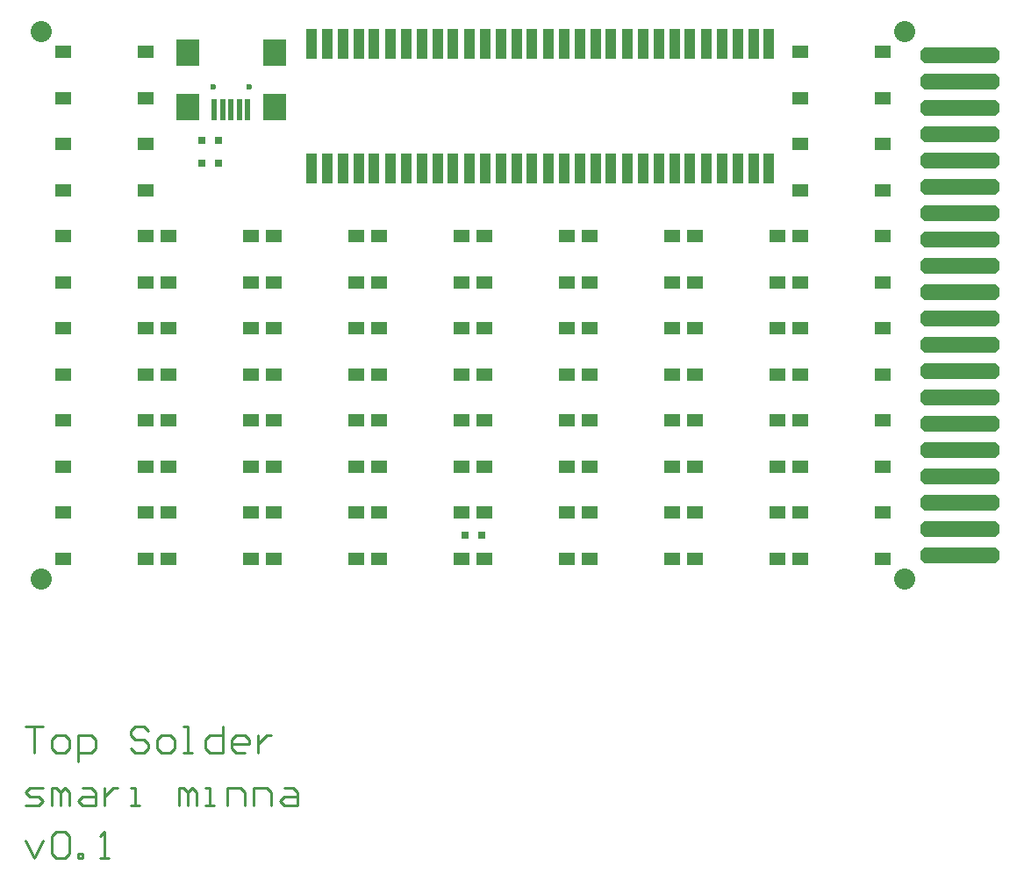
<source format=gts>
%FSLAX25Y25*%
%MOIN*%
G70*
G01*
G75*
G04 Layer_Color=8388736*
%ADD10R,0.08661X0.09843*%
%ADD11R,0.01969X0.07874*%
%ADD12R,0.06102X0.05118*%
%ADD13C,0.04000*%
G04:AMPARAMS|DCode=14|XSize=60mil|YSize=300mil|CornerRadius=0mil|HoleSize=0mil|Usage=FLASHONLY|Rotation=90.000|XOffset=0mil|YOffset=0mil|HoleType=Round|Shape=Octagon|*
%AMOCTAGOND14*
4,1,8,-0.15000,-0.01500,-0.15000,0.01500,-0.13500,0.03000,0.13500,0.03000,0.15000,0.01500,0.15000,-0.01500,0.13500,-0.03000,-0.13500,-0.03000,-0.15000,-0.01500,0.0*
%
%ADD14OCTAGOND14*%

%ADD15R,0.03150X0.03150*%
%ADD16R,0.03937X0.11811*%
%ADD17C,0.01000*%
%ADD18C,0.02000*%
%ADD19C,0.01200*%
%ADD20C,0.02362*%
%ADD21C,0.02200*%
%ADD22C,0.04000*%
%ADD23C,0.07543*%
%ADD24C,0.04200*%
%ADD25R,0.04000X0.04000*%
%ADD26R,0.01181X0.06693*%
%ADD27R,0.07677X0.01575*%
%ADD28R,0.04134X0.02362*%
%ADD29R,0.06693X0.01378*%
%ADD30R,0.06299X0.01378*%
%ADD31R,0.02165X0.07677*%
%ADD32R,0.07677X0.02165*%
%ADD33R,0.07874X0.02362*%
%ADD34R,0.15748X0.06693*%
%ADD35R,0.15748X0.05906*%
%ADD36R,0.07677X0.05118*%
%ADD37R,0.05118X0.05906*%
%ADD38R,0.04331X0.03937*%
%ADD39R,0.04000X0.04000*%
%ADD40R,0.03937X0.04331*%
%ADD41C,0.01500*%
%ADD42C,0.03000*%
%ADD43C,0.01400*%
%ADD44C,0.00984*%
%ADD45C,0.02362*%
%ADD46C,0.00787*%
%ADD47C,0.08000*%
D10*
X61465Y185126D02*
D03*
X94535D02*
D03*
Y205992D02*
D03*
X61465D02*
D03*
D11*
X71701Y184142D02*
D03*
X74850D02*
D03*
X78000D02*
D03*
X81150D02*
D03*
X84299D02*
D03*
D12*
X94350Y136358D02*
D03*
X125650D02*
D03*
X94350Y118642D02*
D03*
X125650D02*
D03*
X14350Y66358D02*
D03*
X45650D02*
D03*
X14350Y48642D02*
D03*
X45650D02*
D03*
X294350Y206358D02*
D03*
X325650D02*
D03*
X294350Y188642D02*
D03*
X325650D02*
D03*
X294350Y171358D02*
D03*
X325650D02*
D03*
X294350Y153642D02*
D03*
X325650D02*
D03*
X14350Y171358D02*
D03*
X45650D02*
D03*
X14350Y153642D02*
D03*
X45650D02*
D03*
X14350Y206358D02*
D03*
X45650D02*
D03*
X14350Y188642D02*
D03*
X45650D02*
D03*
X14350Y136358D02*
D03*
X45650D02*
D03*
X14350Y118642D02*
D03*
X45650D02*
D03*
X54350Y136358D02*
D03*
X85650D02*
D03*
X54350Y118642D02*
D03*
X85650D02*
D03*
X94350Y31358D02*
D03*
X125650D02*
D03*
X94350Y13642D02*
D03*
X125650D02*
D03*
X134350Y66358D02*
D03*
X165650D02*
D03*
X134350Y48642D02*
D03*
X165650D02*
D03*
X94350Y66358D02*
D03*
X125650D02*
D03*
X94350Y48642D02*
D03*
X125650D02*
D03*
X14350Y101358D02*
D03*
X45650D02*
D03*
X14350Y83642D02*
D03*
X45650D02*
D03*
X54350Y101358D02*
D03*
X85650D02*
D03*
X54350Y83642D02*
D03*
X85650D02*
D03*
X134350Y31358D02*
D03*
X165650D02*
D03*
X134350Y13642D02*
D03*
X165650D02*
D03*
X134350Y101358D02*
D03*
X165650D02*
D03*
X134350Y83642D02*
D03*
X165650D02*
D03*
X134350Y136358D02*
D03*
X165650D02*
D03*
X134350Y118642D02*
D03*
X165650D02*
D03*
X94350Y101358D02*
D03*
X125650D02*
D03*
X94350Y83642D02*
D03*
X125650D02*
D03*
X54350Y31358D02*
D03*
X85650D02*
D03*
X54350Y13642D02*
D03*
X85650D02*
D03*
X174350Y136358D02*
D03*
X205650D02*
D03*
X174350Y118642D02*
D03*
X205650D02*
D03*
X174350Y101358D02*
D03*
X205650D02*
D03*
X174350Y83642D02*
D03*
X205650D02*
D03*
X174350Y66358D02*
D03*
X205650D02*
D03*
X174350Y48642D02*
D03*
X205650D02*
D03*
X174350Y31358D02*
D03*
X205650D02*
D03*
X174350Y13642D02*
D03*
X205650D02*
D03*
X14350Y31358D02*
D03*
X45650D02*
D03*
X14350Y13642D02*
D03*
X45650D02*
D03*
X54350Y66358D02*
D03*
X85650D02*
D03*
X54350Y48642D02*
D03*
X85650D02*
D03*
X214350Y136358D02*
D03*
X245650D02*
D03*
X214350Y118642D02*
D03*
X245650D02*
D03*
X214350Y101358D02*
D03*
X245650D02*
D03*
X214350Y83642D02*
D03*
X245650D02*
D03*
X214350Y66358D02*
D03*
X245650D02*
D03*
X214350Y48642D02*
D03*
X245650D02*
D03*
X214350Y31358D02*
D03*
X245650D02*
D03*
X214350Y13642D02*
D03*
X245650D02*
D03*
X254350Y136358D02*
D03*
X285650D02*
D03*
X254350Y118642D02*
D03*
X285650D02*
D03*
X254350Y101358D02*
D03*
X285650D02*
D03*
X254350Y83642D02*
D03*
X285650D02*
D03*
X254350Y66358D02*
D03*
X285650D02*
D03*
X254350Y48642D02*
D03*
X285650D02*
D03*
X254350Y31358D02*
D03*
X285650D02*
D03*
X254350Y13642D02*
D03*
X285650D02*
D03*
X294350Y136358D02*
D03*
X325650D02*
D03*
X294350Y118642D02*
D03*
X325650D02*
D03*
X294350Y101358D02*
D03*
X325650D02*
D03*
X294350Y83642D02*
D03*
X325650D02*
D03*
X294350Y66358D02*
D03*
X325650D02*
D03*
X294350Y48642D02*
D03*
X325650D02*
D03*
X294350Y31358D02*
D03*
X325650D02*
D03*
X294350Y13642D02*
D03*
X325650D02*
D03*
D14*
X355000Y15000D02*
D03*
Y25000D02*
D03*
Y35000D02*
D03*
Y45000D02*
D03*
Y55000D02*
D03*
Y65000D02*
D03*
Y75000D02*
D03*
Y85000D02*
D03*
Y95000D02*
D03*
Y105000D02*
D03*
Y115000D02*
D03*
Y125000D02*
D03*
Y135000D02*
D03*
Y145000D02*
D03*
Y155000D02*
D03*
Y165000D02*
D03*
Y175000D02*
D03*
Y185000D02*
D03*
Y195000D02*
D03*
Y205000D02*
D03*
D15*
X73248Y164000D02*
D03*
X66752D02*
D03*
Y172500D02*
D03*
X73248D02*
D03*
X173248Y22500D02*
D03*
X166752D02*
D03*
D16*
X108689Y161878D02*
D03*
X114594D02*
D03*
X120500D02*
D03*
X126406D02*
D03*
X132311D02*
D03*
Y209122D02*
D03*
X126406D02*
D03*
X120500D02*
D03*
X114594D02*
D03*
X108689D02*
D03*
X168689D02*
D03*
X174594D02*
D03*
X180500D02*
D03*
X186406D02*
D03*
X192311D02*
D03*
Y161878D02*
D03*
X186406D02*
D03*
X180500D02*
D03*
X174594D02*
D03*
X168689D02*
D03*
X228689D02*
D03*
X234594D02*
D03*
X240500D02*
D03*
X246406D02*
D03*
X252311D02*
D03*
Y209122D02*
D03*
X246406D02*
D03*
X240500D02*
D03*
X234594D02*
D03*
X228689D02*
D03*
X258689D02*
D03*
X264595D02*
D03*
X270500D02*
D03*
X276406D02*
D03*
X282311D02*
D03*
Y161878D02*
D03*
X276406D02*
D03*
X270500D02*
D03*
X264595D02*
D03*
X258689D02*
D03*
X198689D02*
D03*
X204594D02*
D03*
X210500D02*
D03*
X216406D02*
D03*
X222311D02*
D03*
Y209122D02*
D03*
X216406D02*
D03*
X210500D02*
D03*
X204594D02*
D03*
X198689D02*
D03*
X138689D02*
D03*
X144595D02*
D03*
X150500D02*
D03*
X156405D02*
D03*
X162311D02*
D03*
Y161878D02*
D03*
X156405D02*
D03*
X150500D02*
D03*
X144595D02*
D03*
X138689D02*
D03*
D17*
X0Y-93335D02*
X3332Y-100000D01*
X6664Y-93335D01*
X9997Y-91669D02*
X11663Y-90003D01*
X14995D01*
X16661Y-91669D01*
Y-98334D01*
X14995Y-100000D01*
X11663D01*
X9997Y-98334D01*
Y-91669D01*
X19994Y-100000D02*
Y-98334D01*
X21660D01*
Y-100000D01*
X19994D01*
X28324D02*
X31656D01*
X29990D01*
Y-90003D01*
X28324Y-91669D01*
X0Y-50003D02*
X6664D01*
X3332D01*
Y-60000D01*
X11663D02*
X14995D01*
X16661Y-58334D01*
Y-55002D01*
X14995Y-53335D01*
X11663D01*
X9997Y-55002D01*
Y-58334D01*
X11663Y-60000D01*
X19994Y-63332D02*
Y-53335D01*
X24992D01*
X26658Y-55002D01*
Y-58334D01*
X24992Y-60000D01*
X19994D01*
X46652Y-51669D02*
X44985Y-50003D01*
X41653D01*
X39987Y-51669D01*
Y-53335D01*
X41653Y-55002D01*
X44985D01*
X46652Y-56668D01*
Y-58334D01*
X44985Y-60000D01*
X41653D01*
X39987Y-58334D01*
X51650Y-60000D02*
X54982D01*
X56648Y-58334D01*
Y-55002D01*
X54982Y-53335D01*
X51650D01*
X49984Y-55002D01*
Y-58334D01*
X51650Y-60000D01*
X59981D02*
X63313D01*
X61647D01*
Y-50003D01*
X59981D01*
X74976D02*
Y-60000D01*
X69977D01*
X68311Y-58334D01*
Y-55002D01*
X69977Y-53335D01*
X74976D01*
X83306Y-60000D02*
X79974D01*
X78308Y-58334D01*
Y-55002D01*
X79974Y-53335D01*
X83306D01*
X84973Y-55002D01*
Y-56668D01*
X78308D01*
X88305Y-53335D02*
Y-60000D01*
Y-56668D01*
X89971Y-55002D01*
X91637Y-53335D01*
X93303D01*
X0Y-80000D02*
X4998D01*
X6664Y-78334D01*
X4998Y-76668D01*
X1666D01*
X0Y-75002D01*
X1666Y-73335D01*
X6664D01*
X9997Y-80000D02*
Y-73335D01*
X11663D01*
X13329Y-75002D01*
Y-80000D01*
Y-75002D01*
X14995Y-73335D01*
X16661Y-75002D01*
Y-80000D01*
X21660Y-73335D02*
X24992D01*
X26658Y-75002D01*
Y-80000D01*
X21660D01*
X19994Y-78334D01*
X21660Y-76668D01*
X26658D01*
X29990Y-73335D02*
Y-80000D01*
Y-76668D01*
X31656Y-75002D01*
X33323Y-73335D01*
X34989D01*
X39987Y-80000D02*
X43319D01*
X41653D01*
Y-73335D01*
X39987D01*
X58315Y-80000D02*
Y-73335D01*
X59981D01*
X61647Y-75002D01*
Y-80000D01*
Y-75002D01*
X63313Y-73335D01*
X64979Y-75002D01*
Y-80000D01*
X68311D02*
X71644D01*
X69977D01*
Y-73335D01*
X68311D01*
X76642Y-80000D02*
Y-73335D01*
X81640D01*
X83306Y-75002D01*
Y-80000D01*
X86639D02*
Y-73335D01*
X91637D01*
X93303Y-75002D01*
Y-80000D01*
X98302Y-73335D02*
X101634D01*
X103300Y-75002D01*
Y-80000D01*
X98302D01*
X96635Y-78334D01*
X98302Y-76668D01*
X103300D01*
D20*
X84890Y193000D02*
D03*
X71110D02*
D03*
D47*
X6000Y214000D02*
D03*
X334000Y6000D02*
D03*
X6000D02*
D03*
X334000Y214000D02*
D03*
M02*

</source>
